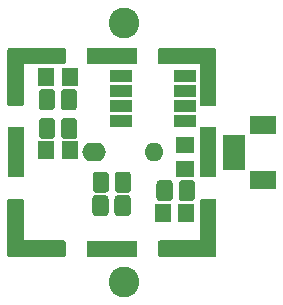
<source format=gbr>
G04 #@! TF.GenerationSoftware,KiCad,Pcbnew,(5.0.0)*
G04 #@! TF.CreationDate,2018-11-17T14:21:24+01:00*
G04 #@! TF.ProjectId,photoDiode_MDversion,70686F746F44696F64655F4D44766572,rev?*
G04 #@! TF.SameCoordinates,Original*
G04 #@! TF.FileFunction,Soldermask,Bot*
G04 #@! TF.FilePolarity,Negative*
%FSLAX46Y46*%
G04 Gerber Fmt 4.6, Leading zero omitted, Abs format (unit mm)*
G04 Created by KiCad (PCBNEW (5.0.0)) date 11/17/18 14:21:24*
%MOMM*%
%LPD*%
G01*
G04 APERTURE LIST*
%ADD10C,0.100000*%
%ADD11C,1.375000*%
%ADD12R,1.400000X1.650000*%
%ADD13C,2.600000*%
%ADD14R,1.650000X1.400000*%
%ADD15O,2.000000X1.600000*%
%ADD16O,1.600000X1.600000*%
%ADD17R,1.950000X1.000000*%
%ADD18R,2.200000X1.600000*%
%ADD19R,1.400000X4.200000*%
%ADD20R,4.200000X1.400000*%
%ADD21C,1.000000*%
G04 APERTURE END LIST*
D10*
G04 #@! TO.C,R3*
G36*
X148411097Y-98591878D02*
X148444466Y-98596828D01*
X148477189Y-98605025D01*
X148508951Y-98616389D01*
X148539447Y-98630813D01*
X148568381Y-98648155D01*
X148595477Y-98668251D01*
X148620472Y-98690905D01*
X148643126Y-98715900D01*
X148663222Y-98742996D01*
X148680564Y-98771930D01*
X148694988Y-98802426D01*
X148706352Y-98834188D01*
X148714549Y-98866911D01*
X148719499Y-98900280D01*
X148721154Y-98933973D01*
X148721154Y-100046473D01*
X148719499Y-100080166D01*
X148714549Y-100113535D01*
X148706352Y-100146258D01*
X148694988Y-100178020D01*
X148680564Y-100208516D01*
X148663222Y-100237450D01*
X148643126Y-100264546D01*
X148620472Y-100289541D01*
X148595477Y-100312195D01*
X148568381Y-100332291D01*
X148539447Y-100349633D01*
X148508951Y-100364057D01*
X148477189Y-100375421D01*
X148444466Y-100383618D01*
X148411097Y-100388568D01*
X148377404Y-100390223D01*
X147689904Y-100390223D01*
X147656211Y-100388568D01*
X147622842Y-100383618D01*
X147590119Y-100375421D01*
X147558357Y-100364057D01*
X147527861Y-100349633D01*
X147498927Y-100332291D01*
X147471831Y-100312195D01*
X147446836Y-100289541D01*
X147424182Y-100264546D01*
X147404086Y-100237450D01*
X147386744Y-100208516D01*
X147372320Y-100178020D01*
X147360956Y-100146258D01*
X147352759Y-100113535D01*
X147347809Y-100080166D01*
X147346154Y-100046473D01*
X147346154Y-98933973D01*
X147347809Y-98900280D01*
X147352759Y-98866911D01*
X147360956Y-98834188D01*
X147372320Y-98802426D01*
X147386744Y-98771930D01*
X147404086Y-98742996D01*
X147424182Y-98715900D01*
X147446836Y-98690905D01*
X147471831Y-98668251D01*
X147498927Y-98648155D01*
X147527861Y-98630813D01*
X147558357Y-98616389D01*
X147590119Y-98605025D01*
X147622842Y-98596828D01*
X147656211Y-98591878D01*
X147689904Y-98590223D01*
X148377404Y-98590223D01*
X148411097Y-98591878D01*
X148411097Y-98591878D01*
G37*
D11*
X148033654Y-99490223D03*
D10*
G36*
X150286097Y-98591878D02*
X150319466Y-98596828D01*
X150352189Y-98605025D01*
X150383951Y-98616389D01*
X150414447Y-98630813D01*
X150443381Y-98648155D01*
X150470477Y-98668251D01*
X150495472Y-98690905D01*
X150518126Y-98715900D01*
X150538222Y-98742996D01*
X150555564Y-98771930D01*
X150569988Y-98802426D01*
X150581352Y-98834188D01*
X150589549Y-98866911D01*
X150594499Y-98900280D01*
X150596154Y-98933973D01*
X150596154Y-100046473D01*
X150594499Y-100080166D01*
X150589549Y-100113535D01*
X150581352Y-100146258D01*
X150569988Y-100178020D01*
X150555564Y-100208516D01*
X150538222Y-100237450D01*
X150518126Y-100264546D01*
X150495472Y-100289541D01*
X150470477Y-100312195D01*
X150443381Y-100332291D01*
X150414447Y-100349633D01*
X150383951Y-100364057D01*
X150352189Y-100375421D01*
X150319466Y-100383618D01*
X150286097Y-100388568D01*
X150252404Y-100390223D01*
X149564904Y-100390223D01*
X149531211Y-100388568D01*
X149497842Y-100383618D01*
X149465119Y-100375421D01*
X149433357Y-100364057D01*
X149402861Y-100349633D01*
X149373927Y-100332291D01*
X149346831Y-100312195D01*
X149321836Y-100289541D01*
X149299182Y-100264546D01*
X149279086Y-100237450D01*
X149261744Y-100208516D01*
X149247320Y-100178020D01*
X149235956Y-100146258D01*
X149227759Y-100113535D01*
X149222809Y-100080166D01*
X149221154Y-100046473D01*
X149221154Y-98933973D01*
X149222809Y-98900280D01*
X149227759Y-98866911D01*
X149235956Y-98834188D01*
X149247320Y-98802426D01*
X149261744Y-98771930D01*
X149279086Y-98742996D01*
X149299182Y-98715900D01*
X149321836Y-98690905D01*
X149346831Y-98668251D01*
X149373927Y-98648155D01*
X149402861Y-98630813D01*
X149433357Y-98616389D01*
X149465119Y-98605025D01*
X149497842Y-98596828D01*
X149531211Y-98591878D01*
X149564904Y-98590223D01*
X150252404Y-98590223D01*
X150286097Y-98591878D01*
X150286097Y-98591878D01*
G37*
D11*
X149908654Y-99490223D03*
G04 #@! TD*
D10*
G04 #@! TO.C,R4*
G36*
X148436097Y-96616878D02*
X148469466Y-96621828D01*
X148502189Y-96630025D01*
X148533951Y-96641389D01*
X148564447Y-96655813D01*
X148593381Y-96673155D01*
X148620477Y-96693251D01*
X148645472Y-96715905D01*
X148668126Y-96740900D01*
X148688222Y-96767996D01*
X148705564Y-96796930D01*
X148719988Y-96827426D01*
X148731352Y-96859188D01*
X148739549Y-96891911D01*
X148744499Y-96925280D01*
X148746154Y-96958973D01*
X148746154Y-98071473D01*
X148744499Y-98105166D01*
X148739549Y-98138535D01*
X148731352Y-98171258D01*
X148719988Y-98203020D01*
X148705564Y-98233516D01*
X148688222Y-98262450D01*
X148668126Y-98289546D01*
X148645472Y-98314541D01*
X148620477Y-98337195D01*
X148593381Y-98357291D01*
X148564447Y-98374633D01*
X148533951Y-98389057D01*
X148502189Y-98400421D01*
X148469466Y-98408618D01*
X148436097Y-98413568D01*
X148402404Y-98415223D01*
X147714904Y-98415223D01*
X147681211Y-98413568D01*
X147647842Y-98408618D01*
X147615119Y-98400421D01*
X147583357Y-98389057D01*
X147552861Y-98374633D01*
X147523927Y-98357291D01*
X147496831Y-98337195D01*
X147471836Y-98314541D01*
X147449182Y-98289546D01*
X147429086Y-98262450D01*
X147411744Y-98233516D01*
X147397320Y-98203020D01*
X147385956Y-98171258D01*
X147377759Y-98138535D01*
X147372809Y-98105166D01*
X147371154Y-98071473D01*
X147371154Y-96958973D01*
X147372809Y-96925280D01*
X147377759Y-96891911D01*
X147385956Y-96859188D01*
X147397320Y-96827426D01*
X147411744Y-96796930D01*
X147429086Y-96767996D01*
X147449182Y-96740900D01*
X147471836Y-96715905D01*
X147496831Y-96693251D01*
X147523927Y-96673155D01*
X147552861Y-96655813D01*
X147583357Y-96641389D01*
X147615119Y-96630025D01*
X147647842Y-96621828D01*
X147681211Y-96616878D01*
X147714904Y-96615223D01*
X148402404Y-96615223D01*
X148436097Y-96616878D01*
X148436097Y-96616878D01*
G37*
D11*
X148058654Y-97515223D03*
D10*
G36*
X150311097Y-96616878D02*
X150344466Y-96621828D01*
X150377189Y-96630025D01*
X150408951Y-96641389D01*
X150439447Y-96655813D01*
X150468381Y-96673155D01*
X150495477Y-96693251D01*
X150520472Y-96715905D01*
X150543126Y-96740900D01*
X150563222Y-96767996D01*
X150580564Y-96796930D01*
X150594988Y-96827426D01*
X150606352Y-96859188D01*
X150614549Y-96891911D01*
X150619499Y-96925280D01*
X150621154Y-96958973D01*
X150621154Y-98071473D01*
X150619499Y-98105166D01*
X150614549Y-98138535D01*
X150606352Y-98171258D01*
X150594988Y-98203020D01*
X150580564Y-98233516D01*
X150563222Y-98262450D01*
X150543126Y-98289546D01*
X150520472Y-98314541D01*
X150495477Y-98337195D01*
X150468381Y-98357291D01*
X150439447Y-98374633D01*
X150408951Y-98389057D01*
X150377189Y-98400421D01*
X150344466Y-98408618D01*
X150311097Y-98413568D01*
X150277404Y-98415223D01*
X149589904Y-98415223D01*
X149556211Y-98413568D01*
X149522842Y-98408618D01*
X149490119Y-98400421D01*
X149458357Y-98389057D01*
X149427861Y-98374633D01*
X149398927Y-98357291D01*
X149371831Y-98337195D01*
X149346836Y-98314541D01*
X149324182Y-98289546D01*
X149304086Y-98262450D01*
X149286744Y-98233516D01*
X149272320Y-98203020D01*
X149260956Y-98171258D01*
X149252759Y-98138535D01*
X149247809Y-98105166D01*
X149246154Y-98071473D01*
X149246154Y-96958973D01*
X149247809Y-96925280D01*
X149252759Y-96891911D01*
X149260956Y-96859188D01*
X149272320Y-96827426D01*
X149286744Y-96796930D01*
X149304086Y-96767996D01*
X149324182Y-96740900D01*
X149346836Y-96715905D01*
X149371831Y-96693251D01*
X149398927Y-96673155D01*
X149427861Y-96655813D01*
X149458357Y-96641389D01*
X149490119Y-96630025D01*
X149522842Y-96621828D01*
X149556211Y-96616878D01*
X149589904Y-96615223D01*
X150277404Y-96615223D01*
X150311097Y-96616878D01*
X150311097Y-96616878D01*
G37*
D11*
X149933654Y-97515223D03*
G04 #@! TD*
D12*
G04 #@! TO.C,C2*
X143425000Y-94800000D03*
X145425000Y-94800000D03*
G04 #@! TD*
D10*
G04 #@! TO.C,R1*
G36*
X145764943Y-92076655D02*
X145798312Y-92081605D01*
X145831035Y-92089802D01*
X145862797Y-92101166D01*
X145893293Y-92115590D01*
X145922227Y-92132932D01*
X145949323Y-92153028D01*
X145974318Y-92175682D01*
X145996972Y-92200677D01*
X146017068Y-92227773D01*
X146034410Y-92256707D01*
X146048834Y-92287203D01*
X146060198Y-92318965D01*
X146068395Y-92351688D01*
X146073345Y-92385057D01*
X146075000Y-92418750D01*
X146075000Y-93531250D01*
X146073345Y-93564943D01*
X146068395Y-93598312D01*
X146060198Y-93631035D01*
X146048834Y-93662797D01*
X146034410Y-93693293D01*
X146017068Y-93722227D01*
X145996972Y-93749323D01*
X145974318Y-93774318D01*
X145949323Y-93796972D01*
X145922227Y-93817068D01*
X145893293Y-93834410D01*
X145862797Y-93848834D01*
X145831035Y-93860198D01*
X145798312Y-93868395D01*
X145764943Y-93873345D01*
X145731250Y-93875000D01*
X145043750Y-93875000D01*
X145010057Y-93873345D01*
X144976688Y-93868395D01*
X144943965Y-93860198D01*
X144912203Y-93848834D01*
X144881707Y-93834410D01*
X144852773Y-93817068D01*
X144825677Y-93796972D01*
X144800682Y-93774318D01*
X144778028Y-93749323D01*
X144757932Y-93722227D01*
X144740590Y-93693293D01*
X144726166Y-93662797D01*
X144714802Y-93631035D01*
X144706605Y-93598312D01*
X144701655Y-93564943D01*
X144700000Y-93531250D01*
X144700000Y-92418750D01*
X144701655Y-92385057D01*
X144706605Y-92351688D01*
X144714802Y-92318965D01*
X144726166Y-92287203D01*
X144740590Y-92256707D01*
X144757932Y-92227773D01*
X144778028Y-92200677D01*
X144800682Y-92175682D01*
X144825677Y-92153028D01*
X144852773Y-92132932D01*
X144881707Y-92115590D01*
X144912203Y-92101166D01*
X144943965Y-92089802D01*
X144976688Y-92081605D01*
X145010057Y-92076655D01*
X145043750Y-92075000D01*
X145731250Y-92075000D01*
X145764943Y-92076655D01*
X145764943Y-92076655D01*
G37*
D11*
X145387500Y-92975000D03*
D10*
G36*
X143889943Y-92076655D02*
X143923312Y-92081605D01*
X143956035Y-92089802D01*
X143987797Y-92101166D01*
X144018293Y-92115590D01*
X144047227Y-92132932D01*
X144074323Y-92153028D01*
X144099318Y-92175682D01*
X144121972Y-92200677D01*
X144142068Y-92227773D01*
X144159410Y-92256707D01*
X144173834Y-92287203D01*
X144185198Y-92318965D01*
X144193395Y-92351688D01*
X144198345Y-92385057D01*
X144200000Y-92418750D01*
X144200000Y-93531250D01*
X144198345Y-93564943D01*
X144193395Y-93598312D01*
X144185198Y-93631035D01*
X144173834Y-93662797D01*
X144159410Y-93693293D01*
X144142068Y-93722227D01*
X144121972Y-93749323D01*
X144099318Y-93774318D01*
X144074323Y-93796972D01*
X144047227Y-93817068D01*
X144018293Y-93834410D01*
X143987797Y-93848834D01*
X143956035Y-93860198D01*
X143923312Y-93868395D01*
X143889943Y-93873345D01*
X143856250Y-93875000D01*
X143168750Y-93875000D01*
X143135057Y-93873345D01*
X143101688Y-93868395D01*
X143068965Y-93860198D01*
X143037203Y-93848834D01*
X143006707Y-93834410D01*
X142977773Y-93817068D01*
X142950677Y-93796972D01*
X142925682Y-93774318D01*
X142903028Y-93749323D01*
X142882932Y-93722227D01*
X142865590Y-93693293D01*
X142851166Y-93662797D01*
X142839802Y-93631035D01*
X142831605Y-93598312D01*
X142826655Y-93564943D01*
X142825000Y-93531250D01*
X142825000Y-92418750D01*
X142826655Y-92385057D01*
X142831605Y-92351688D01*
X142839802Y-92318965D01*
X142851166Y-92287203D01*
X142865590Y-92256707D01*
X142882932Y-92227773D01*
X142903028Y-92200677D01*
X142925682Y-92175682D01*
X142950677Y-92153028D01*
X142977773Y-92132932D01*
X143006707Y-92115590D01*
X143037203Y-92101166D01*
X143068965Y-92089802D01*
X143101688Y-92081605D01*
X143135057Y-92076655D01*
X143168750Y-92075000D01*
X143856250Y-92075000D01*
X143889943Y-92076655D01*
X143889943Y-92076655D01*
G37*
D11*
X143512500Y-92975000D03*
G04 #@! TD*
D13*
G04 #@! TO.C,REF\002A\002A*
X150000000Y-106000000D03*
G04 #@! TD*
D10*
G04 #@! TO.C,R2*
G36*
X145739943Y-89626655D02*
X145773312Y-89631605D01*
X145806035Y-89639802D01*
X145837797Y-89651166D01*
X145868293Y-89665590D01*
X145897227Y-89682932D01*
X145924323Y-89703028D01*
X145949318Y-89725682D01*
X145971972Y-89750677D01*
X145992068Y-89777773D01*
X146009410Y-89806707D01*
X146023834Y-89837203D01*
X146035198Y-89868965D01*
X146043395Y-89901688D01*
X146048345Y-89935057D01*
X146050000Y-89968750D01*
X146050000Y-91081250D01*
X146048345Y-91114943D01*
X146043395Y-91148312D01*
X146035198Y-91181035D01*
X146023834Y-91212797D01*
X146009410Y-91243293D01*
X145992068Y-91272227D01*
X145971972Y-91299323D01*
X145949318Y-91324318D01*
X145924323Y-91346972D01*
X145897227Y-91367068D01*
X145868293Y-91384410D01*
X145837797Y-91398834D01*
X145806035Y-91410198D01*
X145773312Y-91418395D01*
X145739943Y-91423345D01*
X145706250Y-91425000D01*
X145018750Y-91425000D01*
X144985057Y-91423345D01*
X144951688Y-91418395D01*
X144918965Y-91410198D01*
X144887203Y-91398834D01*
X144856707Y-91384410D01*
X144827773Y-91367068D01*
X144800677Y-91346972D01*
X144775682Y-91324318D01*
X144753028Y-91299323D01*
X144732932Y-91272227D01*
X144715590Y-91243293D01*
X144701166Y-91212797D01*
X144689802Y-91181035D01*
X144681605Y-91148312D01*
X144676655Y-91114943D01*
X144675000Y-91081250D01*
X144675000Y-89968750D01*
X144676655Y-89935057D01*
X144681605Y-89901688D01*
X144689802Y-89868965D01*
X144701166Y-89837203D01*
X144715590Y-89806707D01*
X144732932Y-89777773D01*
X144753028Y-89750677D01*
X144775682Y-89725682D01*
X144800677Y-89703028D01*
X144827773Y-89682932D01*
X144856707Y-89665590D01*
X144887203Y-89651166D01*
X144918965Y-89639802D01*
X144951688Y-89631605D01*
X144985057Y-89626655D01*
X145018750Y-89625000D01*
X145706250Y-89625000D01*
X145739943Y-89626655D01*
X145739943Y-89626655D01*
G37*
D11*
X145362500Y-90525000D03*
D10*
G36*
X143864943Y-89626655D02*
X143898312Y-89631605D01*
X143931035Y-89639802D01*
X143962797Y-89651166D01*
X143993293Y-89665590D01*
X144022227Y-89682932D01*
X144049323Y-89703028D01*
X144074318Y-89725682D01*
X144096972Y-89750677D01*
X144117068Y-89777773D01*
X144134410Y-89806707D01*
X144148834Y-89837203D01*
X144160198Y-89868965D01*
X144168395Y-89901688D01*
X144173345Y-89935057D01*
X144175000Y-89968750D01*
X144175000Y-91081250D01*
X144173345Y-91114943D01*
X144168395Y-91148312D01*
X144160198Y-91181035D01*
X144148834Y-91212797D01*
X144134410Y-91243293D01*
X144117068Y-91272227D01*
X144096972Y-91299323D01*
X144074318Y-91324318D01*
X144049323Y-91346972D01*
X144022227Y-91367068D01*
X143993293Y-91384410D01*
X143962797Y-91398834D01*
X143931035Y-91410198D01*
X143898312Y-91418395D01*
X143864943Y-91423345D01*
X143831250Y-91425000D01*
X143143750Y-91425000D01*
X143110057Y-91423345D01*
X143076688Y-91418395D01*
X143043965Y-91410198D01*
X143012203Y-91398834D01*
X142981707Y-91384410D01*
X142952773Y-91367068D01*
X142925677Y-91346972D01*
X142900682Y-91324318D01*
X142878028Y-91299323D01*
X142857932Y-91272227D01*
X142840590Y-91243293D01*
X142826166Y-91212797D01*
X142814802Y-91181035D01*
X142806605Y-91148312D01*
X142801655Y-91114943D01*
X142800000Y-91081250D01*
X142800000Y-89968750D01*
X142801655Y-89935057D01*
X142806605Y-89901688D01*
X142814802Y-89868965D01*
X142826166Y-89837203D01*
X142840590Y-89806707D01*
X142857932Y-89777773D01*
X142878028Y-89750677D01*
X142900682Y-89725682D01*
X142925677Y-89703028D01*
X142952773Y-89682932D01*
X142981707Y-89665590D01*
X143012203Y-89651166D01*
X143043965Y-89639802D01*
X143076688Y-89631605D01*
X143110057Y-89626655D01*
X143143750Y-89625000D01*
X143831250Y-89625000D01*
X143864943Y-89626655D01*
X143864943Y-89626655D01*
G37*
D11*
X143487500Y-90525000D03*
G04 #@! TD*
D14*
G04 #@! TO.C,C1*
X155225000Y-96400000D03*
X155225000Y-94400000D03*
G04 #@! TD*
D15*
G04 #@! TO.C,D1*
X147460000Y-95000000D03*
D16*
X152540000Y-95000000D03*
G04 #@! TD*
D17*
G04 #@! TO.C,J1*
X159300000Y-96000000D03*
X159300000Y-95000000D03*
X159300000Y-94000000D03*
D18*
X161825000Y-97300000D03*
X161825000Y-92700000D03*
G04 #@! TD*
D12*
G04 #@! TO.C,C3*
X155300000Y-100150000D03*
X153300000Y-100150000D03*
G04 #@! TD*
G04 #@! TO.C,C4*
X143425000Y-88625000D03*
X145425000Y-88625000D03*
G04 #@! TD*
D10*
G04 #@! TO.C,L1*
G36*
X155714943Y-97326655D02*
X155748312Y-97331605D01*
X155781035Y-97339802D01*
X155812797Y-97351166D01*
X155843293Y-97365590D01*
X155872227Y-97382932D01*
X155899323Y-97403028D01*
X155924318Y-97425682D01*
X155946972Y-97450677D01*
X155967068Y-97477773D01*
X155984410Y-97506707D01*
X155998834Y-97537203D01*
X156010198Y-97568965D01*
X156018395Y-97601688D01*
X156023345Y-97635057D01*
X156025000Y-97668750D01*
X156025000Y-98781250D01*
X156023345Y-98814943D01*
X156018395Y-98848312D01*
X156010198Y-98881035D01*
X155998834Y-98912797D01*
X155984410Y-98943293D01*
X155967068Y-98972227D01*
X155946972Y-98999323D01*
X155924318Y-99024318D01*
X155899323Y-99046972D01*
X155872227Y-99067068D01*
X155843293Y-99084410D01*
X155812797Y-99098834D01*
X155781035Y-99110198D01*
X155748312Y-99118395D01*
X155714943Y-99123345D01*
X155681250Y-99125000D01*
X154993750Y-99125000D01*
X154960057Y-99123345D01*
X154926688Y-99118395D01*
X154893965Y-99110198D01*
X154862203Y-99098834D01*
X154831707Y-99084410D01*
X154802773Y-99067068D01*
X154775677Y-99046972D01*
X154750682Y-99024318D01*
X154728028Y-98999323D01*
X154707932Y-98972227D01*
X154690590Y-98943293D01*
X154676166Y-98912797D01*
X154664802Y-98881035D01*
X154656605Y-98848312D01*
X154651655Y-98814943D01*
X154650000Y-98781250D01*
X154650000Y-97668750D01*
X154651655Y-97635057D01*
X154656605Y-97601688D01*
X154664802Y-97568965D01*
X154676166Y-97537203D01*
X154690590Y-97506707D01*
X154707932Y-97477773D01*
X154728028Y-97450677D01*
X154750682Y-97425682D01*
X154775677Y-97403028D01*
X154802773Y-97382932D01*
X154831707Y-97365590D01*
X154862203Y-97351166D01*
X154893965Y-97339802D01*
X154926688Y-97331605D01*
X154960057Y-97326655D01*
X154993750Y-97325000D01*
X155681250Y-97325000D01*
X155714943Y-97326655D01*
X155714943Y-97326655D01*
G37*
D11*
X155337500Y-98225000D03*
D10*
G36*
X153839943Y-97326655D02*
X153873312Y-97331605D01*
X153906035Y-97339802D01*
X153937797Y-97351166D01*
X153968293Y-97365590D01*
X153997227Y-97382932D01*
X154024323Y-97403028D01*
X154049318Y-97425682D01*
X154071972Y-97450677D01*
X154092068Y-97477773D01*
X154109410Y-97506707D01*
X154123834Y-97537203D01*
X154135198Y-97568965D01*
X154143395Y-97601688D01*
X154148345Y-97635057D01*
X154150000Y-97668750D01*
X154150000Y-98781250D01*
X154148345Y-98814943D01*
X154143395Y-98848312D01*
X154135198Y-98881035D01*
X154123834Y-98912797D01*
X154109410Y-98943293D01*
X154092068Y-98972227D01*
X154071972Y-98999323D01*
X154049318Y-99024318D01*
X154024323Y-99046972D01*
X153997227Y-99067068D01*
X153968293Y-99084410D01*
X153937797Y-99098834D01*
X153906035Y-99110198D01*
X153873312Y-99118395D01*
X153839943Y-99123345D01*
X153806250Y-99125000D01*
X153118750Y-99125000D01*
X153085057Y-99123345D01*
X153051688Y-99118395D01*
X153018965Y-99110198D01*
X152987203Y-99098834D01*
X152956707Y-99084410D01*
X152927773Y-99067068D01*
X152900677Y-99046972D01*
X152875682Y-99024318D01*
X152853028Y-98999323D01*
X152832932Y-98972227D01*
X152815590Y-98943293D01*
X152801166Y-98912797D01*
X152789802Y-98881035D01*
X152781605Y-98848312D01*
X152776655Y-98814943D01*
X152775000Y-98781250D01*
X152775000Y-97668750D01*
X152776655Y-97635057D01*
X152781605Y-97601688D01*
X152789802Y-97568965D01*
X152801166Y-97537203D01*
X152815590Y-97506707D01*
X152832932Y-97477773D01*
X152853028Y-97450677D01*
X152875682Y-97425682D01*
X152900677Y-97403028D01*
X152927773Y-97382932D01*
X152956707Y-97365590D01*
X152987203Y-97351166D01*
X153018965Y-97339802D01*
X153051688Y-97331605D01*
X153085057Y-97326655D01*
X153118750Y-97325000D01*
X153806250Y-97325000D01*
X153839943Y-97326655D01*
X153839943Y-97326655D01*
G37*
D11*
X153462500Y-98225000D03*
G04 #@! TD*
D17*
G04 #@! TO.C,U1*
X149750000Y-92355000D03*
X149750000Y-91085000D03*
X149750000Y-89815000D03*
X149750000Y-88545000D03*
X155150000Y-88545000D03*
X155150000Y-89815000D03*
X155150000Y-91085000D03*
X155150000Y-92355000D03*
G04 #@! TD*
D19*
G04 #@! TO.C,U2*
X157150000Y-95000000D03*
X140850000Y-95000000D03*
D20*
X149000000Y-103150000D03*
X149000000Y-86850000D03*
D21*
X155375000Y-103150000D03*
D10*
G36*
X157689018Y-102453843D02*
X157726537Y-102465224D01*
X157761114Y-102483706D01*
X157791421Y-102508579D01*
X157816294Y-102538886D01*
X157834776Y-102573463D01*
X157846157Y-102610982D01*
X157850000Y-102650000D01*
X157850000Y-103650000D01*
X157846157Y-103689018D01*
X157834776Y-103726537D01*
X157816294Y-103761114D01*
X157791421Y-103791421D01*
X157761114Y-103816294D01*
X157726537Y-103834776D01*
X157689018Y-103846157D01*
X157650000Y-103850000D01*
X153100000Y-103850000D01*
X153060982Y-103846157D01*
X153023463Y-103834776D01*
X152988886Y-103816294D01*
X152958579Y-103791421D01*
X152933706Y-103761114D01*
X152915224Y-103726537D01*
X152903843Y-103689018D01*
X152900000Y-103650000D01*
X152900000Y-102650000D01*
X152903843Y-102610982D01*
X152915224Y-102573463D01*
X152933706Y-102538886D01*
X152958579Y-102508579D01*
X152988886Y-102483706D01*
X153023463Y-102465224D01*
X153060982Y-102453843D01*
X153100000Y-102450000D01*
X157650000Y-102450000D01*
X157689018Y-102453843D01*
X157689018Y-102453843D01*
G37*
D21*
X157150000Y-101375000D03*
D10*
G36*
X157846157Y-103689018D02*
X157834776Y-103726537D01*
X157816294Y-103761114D01*
X157791421Y-103791421D01*
X157761114Y-103816294D01*
X157726537Y-103834776D01*
X157689018Y-103846157D01*
X157650000Y-103850000D01*
X156650000Y-103850000D01*
X156610982Y-103846157D01*
X156573463Y-103834776D01*
X156538886Y-103816294D01*
X156508579Y-103791421D01*
X156483706Y-103761114D01*
X156465224Y-103726537D01*
X156453843Y-103689018D01*
X156450000Y-103650000D01*
X156450000Y-99100000D01*
X156453843Y-99060982D01*
X156465224Y-99023463D01*
X156483706Y-98988886D01*
X156508579Y-98958579D01*
X156538886Y-98933706D01*
X156573463Y-98915224D01*
X156610982Y-98903843D01*
X156650000Y-98900000D01*
X157650000Y-98900000D01*
X157689018Y-98903843D01*
X157726537Y-98915224D01*
X157761114Y-98933706D01*
X157791421Y-98958579D01*
X157816294Y-98988886D01*
X157834776Y-99023463D01*
X157846157Y-99060982D01*
X157850000Y-99100000D01*
X157850000Y-103650000D01*
X157846157Y-103689018D01*
X157846157Y-103689018D01*
G37*
D21*
X142625000Y-103150000D03*
D10*
G36*
X144939018Y-102453843D02*
X144976537Y-102465224D01*
X145011114Y-102483706D01*
X145041421Y-102508579D01*
X145066294Y-102538886D01*
X145084776Y-102573463D01*
X145096157Y-102610982D01*
X145100000Y-102650000D01*
X145100000Y-103650000D01*
X145096157Y-103689018D01*
X145084776Y-103726537D01*
X145066294Y-103761114D01*
X145041421Y-103791421D01*
X145011114Y-103816294D01*
X144976537Y-103834776D01*
X144939018Y-103846157D01*
X144900000Y-103850000D01*
X140350000Y-103850000D01*
X140310982Y-103846157D01*
X140273463Y-103834776D01*
X140238886Y-103816294D01*
X140208579Y-103791421D01*
X140183706Y-103761114D01*
X140165224Y-103726537D01*
X140153843Y-103689018D01*
X140150000Y-103650000D01*
X140150000Y-102650000D01*
X140153843Y-102610982D01*
X140165224Y-102573463D01*
X140183706Y-102538886D01*
X140208579Y-102508579D01*
X140238886Y-102483706D01*
X140273463Y-102465224D01*
X140310982Y-102453843D01*
X140350000Y-102450000D01*
X144900000Y-102450000D01*
X144939018Y-102453843D01*
X144939018Y-102453843D01*
G37*
D21*
X140850000Y-101375000D03*
D10*
G36*
X141546157Y-103689018D02*
X141534776Y-103726537D01*
X141516294Y-103761114D01*
X141491421Y-103791421D01*
X141461114Y-103816294D01*
X141426537Y-103834776D01*
X141389018Y-103846157D01*
X141350000Y-103850000D01*
X140350000Y-103850000D01*
X140310982Y-103846157D01*
X140273463Y-103834776D01*
X140238886Y-103816294D01*
X140208579Y-103791421D01*
X140183706Y-103761114D01*
X140165224Y-103726537D01*
X140153843Y-103689018D01*
X140150000Y-103650000D01*
X140150000Y-99100000D01*
X140153843Y-99060982D01*
X140165224Y-99023463D01*
X140183706Y-98988886D01*
X140208579Y-98958579D01*
X140238886Y-98933706D01*
X140273463Y-98915224D01*
X140310982Y-98903843D01*
X140350000Y-98900000D01*
X141350000Y-98900000D01*
X141389018Y-98903843D01*
X141426537Y-98915224D01*
X141461114Y-98933706D01*
X141491421Y-98958579D01*
X141516294Y-98988886D01*
X141534776Y-99023463D01*
X141546157Y-99060982D01*
X141550000Y-99100000D01*
X141550000Y-103650000D01*
X141546157Y-103689018D01*
X141546157Y-103689018D01*
G37*
D21*
X140850000Y-88625000D03*
D10*
G36*
X141546157Y-90939018D02*
X141534776Y-90976537D01*
X141516294Y-91011114D01*
X141491421Y-91041421D01*
X141461114Y-91066294D01*
X141426537Y-91084776D01*
X141389018Y-91096157D01*
X141350000Y-91100000D01*
X140350000Y-91100000D01*
X140310982Y-91096157D01*
X140273463Y-91084776D01*
X140238886Y-91066294D01*
X140208579Y-91041421D01*
X140183706Y-91011114D01*
X140165224Y-90976537D01*
X140153843Y-90939018D01*
X140150000Y-90900000D01*
X140150000Y-86350000D01*
X140153843Y-86310982D01*
X140165224Y-86273463D01*
X140183706Y-86238886D01*
X140208579Y-86208579D01*
X140238886Y-86183706D01*
X140273463Y-86165224D01*
X140310982Y-86153843D01*
X140350000Y-86150000D01*
X141350000Y-86150000D01*
X141389018Y-86153843D01*
X141426537Y-86165224D01*
X141461114Y-86183706D01*
X141491421Y-86208579D01*
X141516294Y-86238886D01*
X141534776Y-86273463D01*
X141546157Y-86310982D01*
X141550000Y-86350000D01*
X141550000Y-90900000D01*
X141546157Y-90939018D01*
X141546157Y-90939018D01*
G37*
D21*
X142625000Y-86850000D03*
D10*
G36*
X144939018Y-86153843D02*
X144976537Y-86165224D01*
X145011114Y-86183706D01*
X145041421Y-86208579D01*
X145066294Y-86238886D01*
X145084776Y-86273463D01*
X145096157Y-86310982D01*
X145100000Y-86350000D01*
X145100000Y-87350000D01*
X145096157Y-87389018D01*
X145084776Y-87426537D01*
X145066294Y-87461114D01*
X145041421Y-87491421D01*
X145011114Y-87516294D01*
X144976537Y-87534776D01*
X144939018Y-87546157D01*
X144900000Y-87550000D01*
X140350000Y-87550000D01*
X140310982Y-87546157D01*
X140273463Y-87534776D01*
X140238886Y-87516294D01*
X140208579Y-87491421D01*
X140183706Y-87461114D01*
X140165224Y-87426537D01*
X140153843Y-87389018D01*
X140150000Y-87350000D01*
X140150000Y-86350000D01*
X140153843Y-86310982D01*
X140165224Y-86273463D01*
X140183706Y-86238886D01*
X140208579Y-86208579D01*
X140238886Y-86183706D01*
X140273463Y-86165224D01*
X140310982Y-86153843D01*
X140350000Y-86150000D01*
X144900000Y-86150000D01*
X144939018Y-86153843D01*
X144939018Y-86153843D01*
G37*
D21*
X155375000Y-86850000D03*
D10*
G36*
X157689018Y-86153843D02*
X157726537Y-86165224D01*
X157761114Y-86183706D01*
X157791421Y-86208579D01*
X157816294Y-86238886D01*
X157834776Y-86273463D01*
X157846157Y-86310982D01*
X157850000Y-86350000D01*
X157850000Y-87350000D01*
X157846157Y-87389018D01*
X157834776Y-87426537D01*
X157816294Y-87461114D01*
X157791421Y-87491421D01*
X157761114Y-87516294D01*
X157726537Y-87534776D01*
X157689018Y-87546157D01*
X157650000Y-87550000D01*
X153100000Y-87550000D01*
X153060982Y-87546157D01*
X153023463Y-87534776D01*
X152988886Y-87516294D01*
X152958579Y-87491421D01*
X152933706Y-87461114D01*
X152915224Y-87426537D01*
X152903843Y-87389018D01*
X152900000Y-87350000D01*
X152900000Y-86350000D01*
X152903843Y-86310982D01*
X152915224Y-86273463D01*
X152933706Y-86238886D01*
X152958579Y-86208579D01*
X152988886Y-86183706D01*
X153023463Y-86165224D01*
X153060982Y-86153843D01*
X153100000Y-86150000D01*
X157650000Y-86150000D01*
X157689018Y-86153843D01*
X157689018Y-86153843D01*
G37*
D21*
X157150000Y-88625000D03*
D10*
G36*
X157846157Y-90939018D02*
X157834776Y-90976537D01*
X157816294Y-91011114D01*
X157791421Y-91041421D01*
X157761114Y-91066294D01*
X157726537Y-91084776D01*
X157689018Y-91096157D01*
X157650000Y-91100000D01*
X156650000Y-91100000D01*
X156610982Y-91096157D01*
X156573463Y-91084776D01*
X156538886Y-91066294D01*
X156508579Y-91041421D01*
X156483706Y-91011114D01*
X156465224Y-90976537D01*
X156453843Y-90939018D01*
X156450000Y-90900000D01*
X156450000Y-86350000D01*
X156453843Y-86310982D01*
X156465224Y-86273463D01*
X156483706Y-86238886D01*
X156508579Y-86208579D01*
X156538886Y-86183706D01*
X156573463Y-86165224D01*
X156610982Y-86153843D01*
X156650000Y-86150000D01*
X157650000Y-86150000D01*
X157689018Y-86153843D01*
X157726537Y-86165224D01*
X157761114Y-86183706D01*
X157791421Y-86208579D01*
X157816294Y-86238886D01*
X157834776Y-86273463D01*
X157846157Y-86310982D01*
X157850000Y-86350000D01*
X157850000Y-90900000D01*
X157846157Y-90939018D01*
X157846157Y-90939018D01*
G37*
G04 #@! TD*
D13*
G04 #@! TO.C,REF\002A\002A*
X150000000Y-84000000D03*
G04 #@! TD*
M02*

</source>
